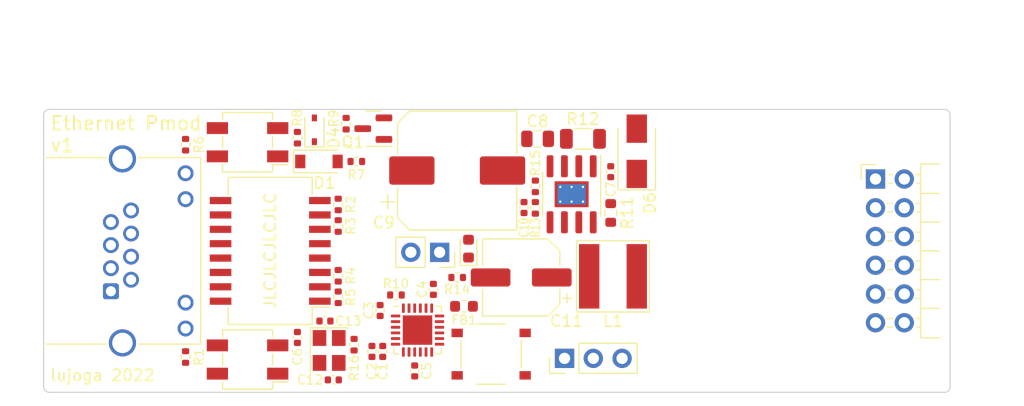
<source format=kicad_pcb>
(kicad_pcb (version 20211014) (generator pcbnew)
  (layers (0 "F.Cu" signal) (31 "B.Cu" signal) (34 "B.Paste" user) (35 "F.Paste" user) (36 "B.SilkS" user "B.Silkscreen") (37 "F.SilkS" user "F.Silkscreen") (38 "B.Mask" user) (39 "F.Mask" user) (44 "Edge.Cuts" user))
  (net 0 "")
  (net 1 "+1V2")
  (net 2 "GND")
  (net 3 "VDDA")
  (net 4 "+3V3")
  (net 5 "Net-(C7-Pad1)")
  (net 6 "Net-(C7-Pad2)")
  (net 7 "VDC")
  (net 8 "GND1")
  (net 9 "+5V")
  (net 10 "Net-(C10-Pad2)")
  (net 11 "Net-(D1-Pad2)")
  (net 12 "/DC+A")
  (net 13 "Net-(D2-Pad3)")
  (net 14 "/DC-A")
  (net 15 "/DC+B")
  (net 16 "/DC-B")
  (net 17 "Net-(D4-Pad1)")
  (net 18 "Net-(D5-Pad1)")
  (net 19 "/LED2")
  (net 20 "/LED1")
  (net 21 "/RXD1")
  (net 22 "/RXER")
  (net 23 "/REFCLK")
  (net 24 "/TXD0")
  (net 25 "/RXD0")
  (net 26 "/CRS_DV")
  (net 27 "/TXEN")
  (net 28 "/TXD1")
  (net 29 "/MDIO")
  (net 30 "/MDC")
  (net 31 "/TXN")
  (net 32 "/TXP")
  (net 33 "/RXN")
  (net 34 "/RXP")
  (net 35 "Net-(R10-Pad1)")
  (net 36 "Net-(R11-Pad1)")
  (net 37 "Net-(R12-Pad2)")
  (net 38 "Net-(SW1-Pad2)")
  (net 39 "Net-(C12-Pad1)")
  (net 40 "Net-(C13-Pad1)")
  (net 43 "Net-(R16-Pad2)")
  (net 44 "/RX-")
  (net 45 "/RX+")
  (net 46 "/TX-")
  (net 47 "/TX+")
  (net 48 "Net-(J1-Pad9)")
  (net 49 "Net-(J1-Pad12)")
  (footprint "Capacitor_SMD:C_0402_1005Metric" (layer "F.Cu") (at 134.83 106.2)
    (fp_text reference "C13" (at 0.82 0) (layer "F.SilkS") (effects (font (size 0.8 0.8) (thickness 0.12)) (justify left)))
    (fp_text value "12p")
    (fp_line (start -0.107836 0.36) (end 0.107836 0.36) (layer "F.SilkS") (width 0.12))
    (fp_line (start -0.107836 -0.36) (end 0.107836 -0.36) (layer "F.SilkS") (width 0.12))
    (pad "1" smd roundrect (at -0.48 0) (size 0.56 0.62) (layers "F.Cu" "F.Paste" "F.Mask") (net 40 "Net-(C13-Pad1)"))
    (pad "2" smd roundrect (at 0.48 0) (size 0.56 0.62) (layers "F.Cu" "F.Paste" "F.Mask") (net 2 "GND"))
  )
  (footprint "Capacitor_SMD:C_0402_1005Metric" (layer "F.Cu") (at 152.4 96.17 90)
    (fp_text reference "C10" (at -0.83 0 90) (layer "F.SilkS") (effects (font (size 0.8 0.6) (thickness 0.12)) (justify right)))
    (fp_text value "12p" hide)
    (fp_line (start -0.107836 0.36) (end 0.107836 0.36) (layer "F.SilkS") (width 0.12))
    (fp_line (start -0.107836 -0.36) (end 0.107836 -0.36) (layer "F.SilkS") (width 0.12))
    (pad "1" smd roundrect (at -0.48 0 90) (size 0.56 0.62) (layers "F.Cu" "F.Paste" "F.Mask") (net 9 "+5V"))
    (pad "2" smd roundrect (at 0.48 0 90) (size 0.56 0.62) (layers "F.Cu" "F.Paste" "F.Mask") (net 10 "Net-(C10-Pad2)"))
  )
  (footprint "Resistor_SMD:R_0603_1608Metric" (layer "F.Cu") (at 160.05 96.65 90)
    (fp_text reference "R11" (at 0 1.45 90) (layer "F.SilkS"))
    (fp_text value "5R1")
    (fp_line (start -0.237258 -0.5225) (end 0.237258 -0.5225) (layer "F.SilkS") (width 0.12))
    (fp_line (start -0.237258 0.5225) (end 0.237258 0.5225) (layer "F.SilkS") (width 0.12))
    (pad "1" smd roundrect (at -0.825 0 90) (size 0.8 0.95) (layers "F.Cu" "F.Paste" "F.Mask") (net 36 "Net-(R11-Pad1)"))
    (pad "2" smd roundrect (at 0.825 0 90) (size 0.8 0.95) (layers "F.Cu" "F.Paste" "F.Mask") (net 5 "Net-(C7-Pad1)"))
  )
  (footprint "Resistor_SMD:R_0402_1005Metric" (layer "F.Cu") (at 136 104.1 -90)
    (fp_text reference "R5" (at 0 -1.1 90) (layer "F.SilkS") (effects (font (size 0.8 0.8) (thickness 0.12))))
    (fp_text value "49R9")
    (fp_line (start -0.153641 0.38) (end 0.153641 0.38) (layer "F.SilkS") (width 0.12))
    (fp_line (start -0.153641 -0.38) (end 0.153641 -0.38) (layer "F.SilkS") (width 0.12))
    (pad "1" smd roundrect (at -0.51 0 270) (size 0.54 0.64) (layers "F.Cu" "F.Paste" "F.Mask") (net 3 "VDDA"))
    (pad "2" smd roundrect (at 0.51 0 270) (size 0.54 0.64) (layers "F.Cu" "F.Paste" "F.Mask") (net 34 "/RXP"))
  )
  (footprint "Connector_PinHeader_2.54mm:PinHeader_1x03_P2.54mm_Vertical" (layer "F.Cu") (at 155.975 109.5 90)
    (fp_text reference "J3" hide)
    (fp_text value "SMI")
    (fp_line (start -1.33 6.41) (end 1.33 6.41) (layer "F.SilkS") (width 0.12))
    (fp_line (start -1.33 1.27) (end -1.33 6.41) (layer "F.SilkS") (width 0.12))
    (fp_line (start -1.33 -1.33) (end 0 -1.33) (layer "F.SilkS") (width 0.12))
    (fp_line (start -1.33 0) (end -1.33 -1.33) (layer "F.SilkS") (width 0.12))
    (fp_line (start 1.33 1.27) (end 1.33 6.41) (layer "F.SilkS") (width 0.12))
    (fp_line (start -1.33 1.27) (end 1.33 1.27) (layer "F.SilkS") (width 0.12))
    (pad "1" thru_hole rect (at 0 0 90) (size 1.7 1.7) (drill 1) (layers *.Cu *.Mask) (net 29 "/MDIO"))
    (pad "2" thru_hole oval (at 0 2.54 90) (size 1.7 1.7) (drill 1) (layers *.Cu *.Mask) (net 30 "/MDC"))
    (pad "3" thru_hole oval (at 0 5.08 90) (size 1.7 1.7) (drill 1) (layers *.Cu *.Mask) (net 2 "GND"))
  )
  (footprint "Capacitor_SMD:C_0402_1005Metric" (layer "F.Cu") (at 135.57 111.4 180)
    (fp_text reference "C12" (at 0.82 0) (layer "F.SilkS") (effects (font (size 0.8 0.8) (thickness 0.12)) (justify right)))
    (fp_text value "12p")
    (fp_line (start -0.107836 0.36) (end 0.107836 0.36) (layer "F.SilkS") (width 0.12))
    (fp_line (start -0.107836 -0.36) (end 0.107836 -0.36) (layer "F.SilkS") (width 0.12))
    (pad "1" smd roundrect (at -0.48 0 180) (size 0.56 0.62) (layers "F.Cu" "F.Paste" "F.Mask") (net 39 "Net-(C12-Pad1)"))
    (pad "2" smd roundrect (at 0.48 0 180) (size 0.56 0.62) (layers "F.Cu" "F.Paste" "F.Mask") (net 2 "GND"))
  )
  (footprint "Package_TO_SOT_SMD:SOT-23" (layer "F.Cu") (at 139.1 89.2 180)
    (fp_text reference "Q1" (at 1.8 -1.2) (layer "F.SilkS"))
    (fp_text value "60V")
    (fp_line (start 0 -1.56) (end 0.65 -1.56) (layer "F.SilkS") (width 0.12))
    (fp_line (start 0 -1.56) (end -1.675 -1.56) (layer "F.SilkS") (width 0.12))
    (fp_line (start 0 1.56) (end 0.65 1.56) (layer "F.SilkS") (width 0.12))
    (fp_line (start 0 1.56) (end -0.65 1.56) (layer "F.SilkS") (width 0.12))
    (pad "1" smd roundrect (at -0.9375 -0.95 180) (size 1.475 0.6) (layers "F.Cu" "F.Paste" "F.Mask") (net 17 "Net-(D4-Pad1)"))
    (pad "2" smd roundrect (at -0.9375 0.95 180) (size 1.475 0.6) (layers "F.Cu" "F.Paste" "F.Mask") (net 13 "Net-(D2-Pad3)"))
    (pad "3" smd roundrect (at 0.9375 0 180) (size 1.475 0.6) (layers "F.Cu" "F.Paste" "F.Mask") (net 8 "GND1"))
  )
  (footprint "Capacitor_SMD:CP_Elec_10x10" (layer "F.Cu") (at 146.5 92.9)
    (fp_text reference "C9" (at -5.4 4.6) (layer "F.SilkS") (effects (justify right)))
    (fp_text value "100u")
    (fp_line (start -6.125 2.135) (end -6.125 3.385) (layer "F.SilkS") (width 0.12))
    (fp_line (start -5.26 -4.195563) (end -5.26 -1.51) (layer "F.SilkS") (width 0.12))
    (fp_line (start -6.75 2.76) (end -5.5 2.76) (layer "F.SilkS") (width 0.12))
    (fp_line (start -4.195563 5.26) (end 5.26 5.26) (layer "F.SilkS") (width 0.12))
    (fp_line (start 5.26 5.26) (end 5.26 1.51) (layer "F.SilkS") (width 0.12))
    (fp_line (start -4.195563 -5.26) (end 5.26 -5.26) (layer "F.SilkS") (width 0.12))
    (fp_line (start -5.26 -4.195563) (end -4.195563 -5.26) (layer "F.SilkS") (width 0.12))
    (fp_line (start -5.26 4.195563) (end -4.195563 5.26) (layer "F.SilkS") (width 0.12))
    (fp_line (start 5.26 -5.26) (end 5.26 -1.51) (layer "F.SilkS") (width 0.12))
    (fp_line (start -5.26 4.195563) (end -5.26 1.51) (layer "F.SilkS") (width 0.12))
    (pad "1" smd roundrect (at -4 0) (size 4 2.5) (layers "F.Cu" "F.Paste" "F.Mask") (roundrect_rratio 0.1) (net 7 "VDC"))
    (pad "2" smd roundrect (at 4 0) (size 4 2.5) (layers "F.Cu" "F.Paste" "F.Mask") (roundrect_rratio 0.1) (net 8 "GND1"))
  )
  (footprint "Connector_PinSocket_2.54mm:PinSocket_1x02_P2.54mm_Vertical" (layer "F.Cu") (at 144.95 100.125 -90)
    (fp_text reference "J4" hide)
    (fp_text value "PoE")
    (fp_line (start -1.33 1.27) (end -1.33 3.87) (layer "F.SilkS") (width 0.12))
    (fp_line (start 0 -1.33) (end 1.33 -1.33) (layer "F.SilkS") (width 0.12))
    (fp_line (start -1.33 3.87) (end 1.33 3.87) (layer "F.SilkS") (width 0.12))
    (fp_line (start 1.33 -1.33) (end 1.33 0) (layer "F.SilkS") (width 0.12))
    (fp_line (start -1.33 1.27) (end 1.33 1.27) (layer "F.SilkS") (width 0.12))
    (fp_line (start 1.33 1.27) (end 1.33 3.87) (layer "F.SilkS") (width 0.12))
    (pad "1" thru_hole rect (at 0 0 270) (size 1.7 1.7) (drill 1) (layers *.Cu *.Mask) (net 9 "+5V"))
    (pad "2" thru_hole oval (at 0 2.54 270) (size 1.7 1.7) (drill 1) (layers *.Cu *.Mask) (net 8 "GND1"))
  )
  (footprint "Capacitor_SMD:C_0402_1005Metric" (layer "F.Cu") (at 139.7 105.27 90)
    (fp_text reference "C3" (at 0 -1 90) (layer "F.SilkS") (effects (font (size 0.8 0.8) (thickness 0.12))))
    (fp_text value "100n")
    (fp_line (start -0.107836 0.36) (end 0.107836 0.36) (layer "F.SilkS") (width 0.12))
    (fp_line (start -0.107836 -0.36) (end 0.107836 -0.36) (layer "F.SilkS") (width 0.12))
    (pad "1" smd roundrect (at -0.48 0 90) (size 0.56 0.62) (layers "F.Cu" "F.Paste" "F.Mask") (net 3 "VDDA"))
    (pad "2" smd roundrect (at 0.48 0 90) (size 0.56 0.62) (layers "F.Cu" "F.Paste" "F.Mask") (net 2 "GND"))
  )
  (footprint "Capacitor_SMD:CP_Elec_6.3x7.7" (layer "F.Cu") (at 152.15 102.35 180)
    (fp_text reference "C11" (at -2.45 -3.85) (layer "F.SilkS") (effects (justify left)))
    (fp_text value "470u")
    (fp_line (start -2.345563 3.41) (end 3.41 3.41) (layer "F.SilkS") (width 0.12))
    (fp_line (start 3.41 -3.41) (end 3.41 -1.06) (layer "F.SilkS") (width 0.12))
    (fp_line (start 3.41 3.41) (end 3.41 1.06) (layer "F.SilkS") (width 0.12))
    (fp_line (start -3.41 -2.345563) (end -2.345563 -3.41) (layer "F.SilkS") (width 0.12))
    (fp_line (start -2.345563 -3.41) (end 3.41 -3.41) (layer "F.SilkS") (width 0.12))
    (fp_line (start -3.41 2.345563) (end -3.41 1.06) (layer "F.SilkS") (width 0.12))
    (fp_line (start -4.04375 -2.24125) (end -4.04375 -1.45375) (layer "F.SilkS") (width 0.12))
    (fp_line (start -3.41 -2.345563) (end -3.41 -1.06) (layer "F.SilkS") (width 0.12))
    (fp_line (start -3.41 2.345563) (end -2.345563 3.41) (layer "F.SilkS") (width 0.12))
    (fp_line (start -4.4375 -1.8475) (end -3.65 -1.8475) (layer "F.SilkS") (width 0.12))
    (pad "1" smd roundrect (at -2.7 0 180) (size 3.5 1.6) (layers "F.Cu" "F.Paste" "F.Mask") (roundrect_rratio 0.15625) (net 9 "+5V"))
    (pad "2" smd roundrect (at 2.7 0 180) (size 3.5 1.6) (layers "F.Cu" "F.Paste" "F.Mask") (roundrect_rratio 0.15625) (net 8 "GND1"))
  )
  (footprint "Resistor_SMD:R_0402_1005Metric" (layer "F.Cu") (at 141.095 103.9 180)
    (fp_text reference "R10" (at 0 1) (layer "F.SilkS") (effects (font (size 0.8 0.8) (thickness 0.12))))
    (fp_text value "12k1")
    (fp_line (start -0.153641 -0.38) (end 0.153641 -0.38) (layer "F.SilkS") (width 0.12))
    (fp_line (start -0.153641 0.38) (end 0.153641 0.38) (layer "F.SilkS") (width 0.12))
    (pad "1" smd roundrect (at -0.51 0 180) (size 0.54 0.64) (layers "F.Cu" "F.Paste" "F.Mask") (net 35 "Net-(R10-Pad1)"))
    (pad "2" smd roundrect (at 0.51 0 180) (size 0.54 0.64) (layers "F.Cu" "F.Paste" "F.Mask") (net 2 "GND"))
  )
  (footprint "Diode_SMD:D_SMA" (layer "F.Cu") (at 162.35 91.2 90)
    (fp_text reference "D6" (at -3.5 1.15 90) (layer "F.SilkS") (effects (justify right)))
    (fp_text value "SS510")
    (fp_line (start -3.4 1.65) (end 2 1.65) (layer "F.SilkS") (width 0.12))
    (fp_line (start -3.4 -1.65) (end 2 -1.65) (layer "F.SilkS") (width 0.12))
    (fp_line (start -3.4 -1.65) (end -3.4 1.65) (layer "F.SilkS") (width 0.12))
    (pad "1" smd rect (at -2 0 90) (size 2.5 1.8) (layers "F.Cu" "F.Paste" "F.Mask") (net 6 "Net-(C7-Pad2)"))
    (pad "2" smd rect (at 2 0 90) (size 2.5 1.8) (layers "F.Cu" "F.Paste" "F.Mask") (net 8 "GND1"))
  )
  (footprint "Inductor_SMD:L_0603_1608Metric" (layer "F.Cu") (at 147.1 104.9 180)
    (fp_text reference "FB1" (at 0 -1.2 180) (layer "F.SilkS") (effects (font (size 0.8 0.8) (thickness 0.12))))
    (fp_text value "Ferrite Bead")
    (fp_line (start -0.162779 0.51) (end 0.162779 0.51) (layer "F.SilkS") (width 0.12))
    (fp_line (start -0.162779 -0.51) (end 0.162779 -0.51) (layer "F.SilkS") (width 0.12))
    (pad "1" smd roundrect (at -0.7875 0 180) (size 0.875 0.95) (layers "F.Cu" "F.Paste" "F.Mask") (net 4 "+3V3"))
    (pad "2" smd roundrect (at 0.7875 0 180) (size 0.875 0.95) (layers "F.Cu" "F.Paste" "F.Mask") (net 3 "VDDA"))
  )
  (footprint "Resistor_SMD:R_0402_1005Metric" (layer "F.Cu") (at 122.53 90.62 -90)
    (fp_text reference "R6" (at 0 -1.17 90) (layer "F.SilkS") (effects (font (size 0.8 0.8) (thickness 0.12))))
    (fp_text value "332R")
    (fp_line (start -0.153641 0.38) (end 0.153641 0.38) (layer "F.SilkS") (width 0.12))
    (fp_line (start -0.153641 -0.38) (end 0.153641 -0.38) (layer "F.SilkS") (width 0.12))
    (pad "1" smd roundrect (at -0.51 0 270) (size 0.54 0.64) (layers "F.Cu" "F.Paste" "F.Mask") (net 20 "/LED1"))
    (pad "2" smd roundrect (at 0.51 0 270) (size 0.54 0.64) (layers "F.Cu" "F.Paste" "F.Mask") (net 49 "Net-(J1-Pad12)"))
  )
  (footprint "Resistor_SMD:R_0402_1005Metric" (layer "F.Cu") (at 136 102.2 90)
    (fp_text reference "R4" (at 0 1.1 90) (layer "F.SilkS") (effects (font (size 0.8 0.8) (thickness 0.12))))
    (fp_text value "49R9")
    (fp_line (start -0.153641 0.38) (end 0.153641 0.38) (layer "F.SilkS") (width 0.12))
    (fp_line (start -0.153641 -0.38) (end 0.153641 -0.38) (layer "F.SilkS") (width 0.12))
    (pad "1" smd roundrect (at -0.51 0 90) (size 0.54 0.64) (layers "F.Cu" "F.Paste" "F.Mask") (net 3 "VDDA"))
    (pad "2" smd roundrect (at 0.51 0 90) (size 0.54 0.64) (layers "F.Cu" "F.Paste" "F.Mask") (net 33 "/RXN"))
  )
  (footprint "Capacitor_SMD:C_0402_1005Metric" (layer "F.Cu") (at 132.4 107.65 -90)
    (fp_text reference "C6" (at 0.85 0 90) (layer "F.SilkS") (effects (font (size 0.8 0.8) (thickness 0.12)) (justify right)))
    (fp_text value "22n")
    (fp_line (start -0.107836 -0.36) (end 0.107836 -0.36) (layer "F.SilkS") (width 0.12))
    (fp_line (start -0.107836 0.36) (end 0.107836 0.36) (layer "F.SilkS") (width 0.12))
    (pad "1" smd roundrect (at -0.48 0 270) (size 0.56 0.62) (layers "F.Cu" "F.Paste" "F.Mask") (net 3 "VDDA"))
    (pad "2" smd roundrect (at 0.48 0 270) (size 0.56 0.62) (layers "F.Cu" "F.Paste" "F.Mask") (net 2 "GND"))
  )
  (footprint "Connector_PinHeader_2.54mm:PinHeader_2x06_P2.54mm_Horizontal" (layer "F.Cu") (at 183.42 93.65)
    (fp_text reference "J2" hide)
    (fp_text value "PMOD")
    (fp_line (start 1.042929 7.24) (end 1.497071 7.24) (layer "F.SilkS") (width 0.12))
    (fp_line (start 3.582929 2.16) (end 3.98 2.16) (layer "F.SilkS") (width 0.12))
    (fp_line (start 3.98 14.03) (end 5.64 14.03) (layer "F.SilkS") (width 0.12))
    (fp_line (start 1.042929 2.92) (end 1.497071 2.92) (layer "F.SilkS") (width 0.12))
    (fp_line (start -1.27 0) (end -1.27 -1.27) (layer "F.SilkS") (width 0.12))
    (fp_line (start 1.042929 12.32) (end 1.497071 12.32) (layer "F.SilkS") (width 0.12))
    (fp_line (start 1.042929 8) (end 1.497071 8) (layer "F.SilkS") (width 0.12))
    (fp_line (start 1.042929 10.54) (end 1.497071 10.54) (layer "F.SilkS") (width 0.12))
    (fp_line (start 3.98 6.35) (end 5.64 6.35) (layer "F.SilkS") (width 0.12))
    (fp_line (start 3.582929 7.24) (end 3.98 7.24) (layer "F.SilkS") (width 0.12))
    (fp_line (start 3.582929 9.78) (end 3.98 9.78) (layer "F.SilkS") (width 0.12))
    (fp_line (start 3.582929 0.38) (end 3.98 0.38) (layer "F.SilkS") (width 0.12))
    (fp_line (start 3.582929 4.7) (end 3.98 4.7) (layer "F.SilkS") (width 0.12))
    (fp_line (start 1.042929 5.46) (end 1.497071 5.46) (layer "F.SilkS") (width 0.12))
    (fp_line (start 1.042929 4.7) (end 1.497071 4.7) (layer "F.SilkS") (width 0.12))
    (fp_line (start 3.98 1.27) (end 5.64 1.27) (layer "F.SilkS") (width 0.12))
    (fp_line (start 3.582929 10.54) (end 3.98 10.54) (layer "F.SilkS") (width 0.12))
    (fp_line (start 3.582929 13.08) (end 3.98 13.08) (layer "F.SilkS") (width 0.12))
    (fp_line (start 3.98 8.89) (end 5.64 8.89) (layer "F.SilkS") (width 0.12))
    (fp_line (start 3.582929 12.32) (end 3.98 12.32) (layer "F.SilkS") (width 0.12))
    (fp_line (start 3.582929 8) (end 3.98 8) (layer "F.SilkS") (width 0.12))
    (fp_line (start 5.64 -1.33) (end 3.98 -1.33) (layer "F.SilkS") (width 0.12))
    (fp_line (start 1.042929 13.08) (end 1.497071 13.08) (layer "F.SilkS") (width 0.12))
    (fp_line (start 3.98 -1.33) (end 3.98 14.03) (layer "F.SilkS") (width 0.12))
    (fp_line (start -1.27 -1.27) (end 0 -1.27) (layer "F.SilkS") (width 0.12))
    (fp_line (start 3.582929 2.92) (end 3.98 2.92) (layer "F.SilkS") (width 0.12))
    (fp_line (start 1.042929 9.78) (end 1.497071 9.78) (layer "F.SilkS") (width 0.12))
    (fp_line (start 3.98 3.81) (end 5.64 3.81) (layer "F.SilkS") (width 0.12))
    (fp_line (start 1.11 -0.38) (end 1.497071 -0.38) (layer "F.SilkS") (width 0.12))
    (fp_line (start 1.042929 2.16) (end 1.497071 2.16) (layer "F.SilkS") (width 0.12))
    (fp_line (start 3.582929 5.46) (end 3.98 5.46) (layer "F.SilkS") (width 0.12))
    (fp_line (start 3.582929 -0.38) (end 3.98 -0.38) (layer "F.SilkS") (width 0.12))
    (fp_line (start 1.11 0.38) (end 1.497071 0.38) (layer "F.SilkS") (width 0.12))
    (fp_line (start 3.98 11.43) (end 5.64 11.43) (layer "F.SilkS") (width 0.12))
    (pad "1" thru_hole rect (at 0 0) (size 1.7 1.7) (drill 1) (layers *.Cu *.Mask) (net 4 "+3V3"))
    (pad "2" thru_hole oval (at 2.54 0) (size 1.7 1.7) (drill 1) (layers *.Cu *.Mask) (net 4 "+3V3"))
    (pad "3" thru_hole oval (at 0 2.54) (size 1.7 1.7) (drill 1) (layers *.Cu *.Mask) (net 2 "GND"))
    (pad "4" thru_hole oval (at 2.54 2.54) (size 1.7 1.7) (drill 1) (layers *.Cu *.Mask) (net 2 "GND"))
    (pad "5" thru_hole oval (at 0 5.08) (size 1.7 1.7) (drill 1) (layers *.Cu *.Mask) (net 24 "/TXD0"))
    (pad "6" thru_hole oval (at 2.54 5.08) (size 1.7 1.7) (drill 1) (layers *.Cu *.Mask) (net 28 "/TXD1"))
    (pad "7" thru_hole oval (at 0 7.62) (size 1.7 1.7) (drill 1) (layers *.Cu *.Mask) (net 23 "/REFCLK"))
    (pad "8" thru_hole oval (at 2.54 7.62) (size 1.7 1.7) (drill 1) (layers *.Cu *.Mask) (net 27 "/TXEN"))
    (pad "9" thru_hole oval (at 0 10.16) (size 1.7 1.7) (drill 1) (layers *.Cu *.Mask) (net 22 "/RXER"))
    (pad "10" thru_hole oval (at 2.54 10.16) (size 1.7 1.7) (drill 1) (layers *.Cu *.Mask) (net 26 "/CRS_DV"))
    (pad "11" thru_hole oval (at 0 12.7) (size 1.7 1.7) (drill 1) (layers *.Cu *.Mask) (net 21 "/RXD1"))
    (pad "12" thru_hole oval (at 2.54 12.7) (size 1.7 1.7) (drill 1) (layers *.Cu *.Mask) (net 25 "/RXD0"))
  )
  (footprint "Resistor_SMD:R_0402_1005Metric" (layer "F.Cu") (at 136 95.9 90)
    (fp_text reference "R2" (at 0 1.1 90) (layer "F.SilkS") (effects (font (size 0.8 0.8) (thickness 0.12))))
    (fp_text value "49R9")
    (fp_line (start -0.153641 -0.38) (end 0.153641 -0.38) (layer "F.SilkS") (width 0.12))
    (fp_line (start -0.153641 0.38) (end 0.153641 0.38) (layer "F.SilkS") (width 0.12))
    (pad "1" smd roundrect (at -0.51 0 90) (size 0.54 0.64) (layers "F.Cu" "F.Paste" "F.Mask") (net 3 "VDDA"))
    (pad "2" smd roundrect (at 0.51 0 90) (size 0.54 0.64) (layers "F.Cu" "F.Paste" "F.Mask") (net 31 "/TXN"))
  )
  (footprint "LED_SMD:LED_0603_1608Metric" (layer "F.Cu") (at 147.5 99.8 90)
    (fp_text reference "D5" hide)
    (fp_text value "BLUE")
    (fp_line (start 0.8 -0.735) (end -1.485 -0.735) (layer "F.SilkS") (width 0.12))
    (fp_line (start -1.485 0.735) (end 0.8 0.735) (layer "F.SilkS") (width 0.12))
    (fp_line (start -1.485 -0.735) (end -1.485 0.735) (layer "F.SilkS") (width 0.12))
    (pad "1" smd roundrect (at -0.7875 0 90) (size 0.875 0.95) (layers "F.Cu" "F.Paste" "F.Mask") (net 18 "Net-(D5-Pad1)"))
    (pad "2" smd roundrect (at 0.7875 0 90) (size 0.875 0.95) (layers "F.Cu" "F.Paste" "F.Mask") (net 9 "+5V"))
  )
  (footprint "ethernet-pmod:Diode_Bridge_Diodes_MBF" (layer "F.Cu") (at 128 109.6 180)
    (fp_text reference "D2" hide)
    (fp_text value "D_Bridge_+A-A")
    (fp_line (start 2.2 -2.625) (end 2.2 -1.985) (layer "F.SilkS") (width 0.12))
    (fp_line (start -2.2 -2.625) (end 2.2 -2.625) (layer "F.SilkS") (width 0.12))
    (fp_line (start 2.2 2.625) (end 2.2 1.985) (layer "F.SilkS") (width 0.12))
    (fp_line (start -2.2 2.625) (end 2.2 2.625) (layer "F.SilkS") (width 0.12))
    (fp_line (start -2.2 -0.515) (end -2.2 0.515) (layer "F.SilkS") (width 0.12))
    (fp_line (start -2.2 -1.985) (end -3.54 -1.985) (layer "F.SilkS") (width 0.12))
    (fp_line (start -2.2 1.985) (end -2.2 2.625) (layer "F.SilkS") (width 0.12))
    (fp_line (start -2.2 -1.985) (end -2.2 -2.625) (layer "F.SilkS") (width 0.12))
    (fp_line (start 2.2 -0.515) (end 2.2 0.515) (layer "F.SilkS") (width 0.12))
    (pad "1" smd rect (at -2.6625 -1.25 270) (size 1.05 1.875) (layers "F.Cu" "F.Paste" "F.Mask") (net 7 "VDC"))
    (pad "2" smd rect (at 2.6625 -1.25 270) (size 1.05 1.875) (layers "F.Cu" "F.Paste" "F.Mask") (net 12 "/DC+A"))
    (pad "3" smd rect (at -2.6625 1.25 270) (size 1.05 1.875) (layers "F.Cu" "F.Paste" "F.Mask") (net 13 "Net-(D2-Pad3)"))
    (pad "4" smd rect (at 2.6625 1.25 270) (size 1.05 1.875) (layers "F.Cu" "F.Paste" "F.Mask") (net 14 "/DC-A"))
  )
  (footprint "Resistor_SMD:R_0402_1005Metric" (layer "F.Cu") (at 137.4 108.29 90)
    (fp_text reference "R16" (at -0.81 0 90) (layer "F.SilkS") (effects (font (size 0.8 0.8) (thickness 0.12)) (justify right)))
    (fp_text value "499R")
    (fp_line (start -0.153641 -0.38) (end 0.153641 -0.38) (layer "F.SilkS") (width 0.12))
    (fp_line (start -0.153641 0.38) (end 0.153641 0.38) (layer "F.SilkS") (width 0.12))
    (pad "1" smd roundrect (at -0.51 0 90) (size 0.54 0.64) (layers "F.Cu" "F.Paste" "F.Mask") (net 40 "Net-(C13-Pad1)"))
    (pad "2" smd roundrect (at 0.51 0 90) (size 0.54 0.64) (layers "F.Cu" "F.Paste" "F.Mask") (net 43 "Net-(R16-Pad2)"))
  )
  (footprint "ethernet-pmod:L_Cenker_CKCS60xx" (layer "F.Cu") (at 160.25 102.25 180)
    (fp_text reference "L1" (at 0 -3.95 unlocked) (layer "F.SilkS"))
    (fp_text value "33u")
    (fp_line (start 3.21 -3.15) (end 3.21 3.15) (layer "F.SilkS") (width 0.12))
    (fp_line (start 3.21 3.15) (end -3.21 3.15) (layer "F.SilkS") (width 0.12))
    (fp_line (start -3.21 -3.15) (end 3.21 -3.15) (layer "F.SilkS") (width 0.12))
    (fp_line (start -3.21 3.15) (end -3.21 -3.15) (layer "F.SilkS") (width 0.12))
    (pad "1" smd rect (at -2.1 0 180) (size 1.8 5.7) (layers "F.Cu" "F.Paste" "F.Mask") (net 6 "Net-(C7-Pad2)"))
    (pad "2" smd rect (at 2.1 0 180) (size 1.8 5.7) (layers "F.Cu" "F.Paste" "F.Mask") (net 9 "+5V"))
  )
  (footprint "Capacitor_SMD:C_0402_1005Metric" (layer "F.Cu") (at 144.4 103.4 90)
    (fp_text reference "C4" (at 0 -1 90) (layer "F.SilkS") (effects (font (size 0.8 0.8) (thickness 0.12))))
    (fp_text value "100n")
    (fp_line (start -0.107836 -0.36) (end 0.107836 -0.36) (layer "F.SilkS") (width 0.12))
    (fp_line (start -0.107836 0.36) (end 0.107836 0.36) (layer "F.SilkS") (width 0.12))
    (pad "1" smd roundrect (at -0.48 0 90) (size 0.56 0.62) (layers "F.Cu" "F.Paste" "F.Mask") (net 3 "VDDA"))
    (pad "2" smd roundrect (at 0.48 0 90) (size 0.56 0.62) (layers "F.Cu" "F.Paste" "F.Mask") (net 2 "GND"))
  )
  (footprint "ethernet-pmod:Transformer_Ethernet_HanRun_HY601742" (layer "F.Cu") (at 130 100 90)
    (fp_text reference "TR1" hide)
    (fp_text value "HY601742")
    (fp_line (start -6.5 -3.706) (end -4.9725 -3.706) (layer "F.SilkS") (width 0.12))
    (fp_line (start 6.5 -3.706) (end 6.5 3.706) (layer "F.SilkS") (width 0.12))
    (fp_line (start 6.5 -3.706) (end 4.9725 -3.706) (layer "F.SilkS") (width 0.12))
    (fp_line (start 6.5 3.706) (end 4.9725 3.706) (layer "F.SilkS") (width 0.12))
    (fp_line (start -6.5 3.706) (end -4.9725 3.706) (layer "F.SilkS") (width 0.12))
    (fp_line (start -4.9725 3.706) (end -4.9725 5.274) (layer "F.SilkS") (width 0.12))
    (fp_line (start -6.5 -3.706) (end -6.5 3.706) (layer "F.SilkS") (width 0.12))
    (pad "1" smd rect (at -4.445 4.3815 90) (size 0.635 1.905) (layers "F.Cu" "F.Paste" "F.Mask") (net 34 "/RXP"))
    (pad "2" smd rect (at -3.175 4.3815 90) (size 0.635 1.905) (layers "F.Cu" "F.Paste" "F.Mask") (net 3 "VDDA"))
    (pad "3" smd rect (at -1.905 4.3815 90) (size 0.635 1.905) (layers "F.Cu" "F.Paste" "F.Mask") (net 33 "/RXN"))
    (pad "4" smd rect (at -0.635 4.3815 90) (size 0.635 1.905) (layers "F.Cu" "F.Paste" "F.Mask"))
    (pad "5" smd rect (at 0.635 4.3815 90) (size 0.635 1.905) (layers "F.Cu" "F.Paste" "F.Mask"))
    (pad "6" smd rect (at 1.905 4.3815 90) (size 0.635 1.905) (layers "F.Cu" "F.Paste" "F.Mask") (net 32 "/TXP"))
    (pad "7" smd rect (at 3.175 4.3815 90) (size 0.635 1.905) (layers "F.Cu" "F.Paste" "F.Mask") (net 3 "VDDA"))
    (pad "8" smd rect (at 4.445 4.3815 90) (size 0.635 1.905) (layers "F.Cu" "F.Paste" "F.Mask") (net 31 "/TXN"))
    (pad "9" smd rect (at 4.445 -4.3815 90) (size 0.635 1.905) (layers "F.Cu" "F.Paste" "F.Mask") (net 46 "/TX-"))
    (pad "10" smd rect (at 3.175 -4.3815 90) (size 0.635 1.905) (layers "F.Cu" "F.Paste" "F.Mask") (net 14 "/DC-A"))
    (pad "11" smd rect (at 1.905 -4.3815 90) (size 0.635 1.905) (layers "F.Cu" "F.Paste" "F.Mask") (net 47 "/TX+"))
    (pad "12" smd rect (at 0.635 -4.3815 90) (size 0.635 1.905) (layers "F.Cu" "F.Paste" "F.Mask"))
    (pad "13" smd rect (at -0.635 -4.3815 90) (size 0.635 1.905) (layers "F.Cu" "F.Paste" "F.Mask"))
    (pad "14" smd rect (at -1.905 -4.3815 90) (size 0.635 1.905) (layers "F.Cu" "F.Paste" "F.Mask") (net 44 "/RX-"))
    (pad "15" smd rect (at -3.175 -4.3815 90) (size 0.635 1.905) (layers "F.Cu" "F.Paste" "F.Mask") (net 12 "/DC+A"))
    (pad "16" smd rect (at -4.445 -4.3815 90) (size 0.635 1.905) (layers "F.Cu" "F.Paste" "F.Mask") (net 45 "/RX+"))
  )
  (footprint "Resistor_SMD:R_0402_1005Metric" (layer "F.Cu") (at 122.53 109.38 90)
    (fp_text reference "R1" (at 0 1.17 90) (layer "F.SilkS") (effects (font (size 0.8 0.8) (thickness 0.12))))
    (fp_text value "332R")
    (fp_line (start -0.153641 -0.38) (end 0.153641 -0.38) (layer "F.SilkS") (width 0.12))
    (fp_line (start -0.153641 0.38) (end 0.153641 0.38) (layer "F.SilkS") (width 0.12))
    (pad "1" smd roundrect (at -0.51 0 90) (size 0.54 0.64) (layers "F.Cu" "F.Paste" "F.Mask") (net 19 "/LED2"))
    (pad "2" smd roundrect (at 0.51 0 90) (size 0.54 0.64) (layers "F.Cu" "F.Paste" "F.Mask") (net 48 "Net-(J1-Pad9)"))
  )
  (footprint "Capacitor_SMD:C_0402_1005Metric" (layer "F.Cu") (at 160.05 93.005 90)
    (fp_text reference "C7" (at -0.795 0 90) (layer "F.SilkS") (effects (font (size 0.8 0.7) (thickness 0.12)) (justify right)))
    (fp_text value "100n")
    (fp_line (start -0.107836 -0.36) (end 0.107836 -0.36) (layer "F.SilkS") (width 0.12))
    (fp_line (start -0.107836 0.36) (end 0.107836 0.36) (layer "F.SilkS") (width 0.12))
    (pad "1" smd roundrect (at -0.48 0 90) (size 0.56 0.62) (layers "F.Cu" "F.Paste" "F.Mask") (net 5 "Net-(C7-Pad1)"))
    (pad "2" smd roundrect (at 0.48 0 90) (size 0.56 0.62) (layers "F.Cu" "F.Paste" "F.Mask") (net 6 "Net-(C7-Pad2)"))
  )
  (footprint "Resistor_SMD:R_0402_1005Metric" (layer "F.Cu") (at 153.4 94.3 90)
    (fp_text reference "R15" (at 0.8 0 90) (layer "F.SilkS") (effects (font (size 0.8 0.8) (thickness 0.12)) (justify left)))
    (fp_text value "57k6" hide)
    (fp_line (start -0.153641 0.38) (end 0.153641 0.38) (layer "F.SilkS") (width 0.12))
    (fp_line (start -0.153641 -0.38) (end 0.153641 -0.38) (layer "F.SilkS") (width 0.12))
    (pad "1" smd roundrect (at -0.51 0 90) (size 0.54 0.64) (layers "F.Cu" "F.Paste" "F.Mask") (net 10 "Net-(C10-Pad2)"))
    (pad "2" smd roundrect (at 0.51 0 90) (size 0.54 0.64) (layers "F.Cu" "F.Paste" "F.Mask") (net 8 "GND1"))
  )
  (footprint "Resistor_SMD:R_1206_3216Metric" (layer "F.Cu") (at 157.6 90.1)
    (fp_text reference "R12" (at 0 -1.75) (layer "F.SilkS"))
    (fp_text value "28m 250mW")
    (fp_line (start -0.727064 0.91) (end 0.727064 0.91) (layer "F.SilkS") (width 0.12))
    (fp_line (start -0.727064 -0.91) (end 0.727064 -0.91) (layer "F.SilkS") (width 0.12))
    (pad "1" smd roundrect (at -1.4625 0) (size 1.125 1.75) (layers "F.Cu" "F.Paste" "F.Mask") (roundrect_rratio 0.222222) (net 7 "VDC"))
    (pad "2" smd roundrect (at 1.4625 0) (size 1.125 1.75) (layers "F.Cu" "F.Paste" "F.Mask") (roundrect_rratio 0.222222) (net 37 "Net-(R12-Pad2)"))
  )
  (footprint "Capacitor_SMD:C_0402_1005Metric" (layer "F.Cu") (at 139.93 108.885 -90)
    (fp_text reference "C1" (at 0.9 0 90) (layer "F.SilkS") (effects (font (size 0.8 0.8) (thickness 0.12)) (justify right)))
    (fp_text value "470p")
    (fp_line (start -0.107836 -0.36) (end 0.107836 -0.36) (layer "F.SilkS") (width 0.12))
    (fp_line (start -0.107836 0.36) (end 0.107836 0.36) (layer "F.SilkS") (width 0.12))
    (pad "1" smd roundrect (at -0.48 0 270) (size 0.56 0.62) (layers "F.Cu" "F.Paste" "F.Mask") (net 1 "+1V2"))
    (pad "2" smd roundrect (at 0.48 0 270) (size 0.56 0.62) (layers "F.Cu" "F.Paste" "F.Mask") (net 2 "GND"))
  )
  (footprint "ethernet-pmod:SW_Push_SPST_NO_XKB_TS-1187A-X-X-X" (layer "F.Cu") (at 149.5 109.125 180)
    (fp_text reference "SW1" hide)
    (fp_text value "RESET")
    (fp_line (start -1.25 2.66) (end 1.25 2.66) (layer "F.SilkS") (width 0.12))
    (fp_line (start -2.66 -1.2) (end -2.66 1.2) (layer "F.SilkS") (width 0.12))
    (fp_line (start 2.66 1.2) (end 2.66 -1.2) (layer "F.SilkS") (width 0.12))
    (fp_line (start 1.25 -2.66) (end -1.25 -2.66) (layer "F.SilkS") (width 0.12))
    (pad "1" smd rect (at -3 -1.875 180) (size 1 0.75) (layers "F.Cu" "F.Paste" "F.Mask") (net 2 "GND"))
    (pad "1" smd rect (at 3 -1.875 180) (size 1 0.75) (layers "F.Cu" "F.Paste" "F.Mask") (net 2 "GND"))
    (pad "2" smd rect (at 3 1.875 180) (size 1 0.75) (layers "F.Cu" "F.Paste" "F.Mask") (net 38 "Net-(SW1-Pad2)"))
    (pad "2" smd rect (at -3 1.875 180) (size 1 0.75) (layers "F.Cu" "F.Paste" "F.Mask") (net 38 "Net-(SW1-Pad2)"))
  )
  (footprint "Resistor_SMD:R_0402_1005Metric" (layer "F.Cu") (at 132.4 90 90)
    (fp_text reference "R8" (at 0.9 0 90) (layer "F.SilkS") (effects (font (size 0.8 0.8) (thickness 0.12)) (justify left)))
    (fp_text value "24k9")
    (fp_line (start -0.153641 0.38) (end 0.153641 0.38) (layer "F.SilkS") (width 0.12))
    (fp_line (start -0.153641 -0.38) (end 0.153641 -0.38) (layer "F.SilkS") (width 0.12))
    (pad "1" smd roundrect (at -0.51 0 90) (size 0.54 0.64) (layers "F.Cu" "F.Paste" "F.Mask") (net 7 "VDC"))
    (pad "2" smd roundrect (at 0.51 0 90) (size 0.54 0.64) (layers "F.Cu" "F.Paste" "F.Mask") (net 13 "Net-(D2-Pad3)"))
  )
  (footprint "Capacitor_SMD:C_0402_1005Metric" (layer "F.Cu") (at 142.75 110.61 -90)
    (fp_text reference "C5" (at 0 -1.05 90) (layer "F.SilkS") (effects (font (size 0.8 0.8) (thickness 0.12))))
    (fp_text value "100n")
    (fp_line (start -0.107836 0.36) (end 0.107836 0.36) (layer "F.SilkS") (width 0.12))
    (fp_line (start -0.107836 -0.36) (end 0.107836 -0.36) (layer "F.SilkS") (width 0.12))
    (pad "1" smd roundrect (at -0.48 0 270) (size 0.56 0.62) (layers "F.Cu" "F.Paste" "F.Mask") (net 4 "+3V3"))
    (pad "2" smd roundrect (at 0.48 0 270) (size 0.56 0.62) (layers "F.Cu" "F.Paste" "F.Mask") (net 2 "GND"))
  )
  (footprint "Diode_SMD:D_SOD-123" (layer "F.Cu") (at 134.3 92.1)
    (fp_text reference "D1" (at 0.5 1.9) (layer "F.SilkS"))
    (fp_text value "28V")
    (fp_line (start -2.25 -1) (end 1.65 -1) (layer "F.SilkS") (width 0.12))
    (fp_line (start -2.25 1) (end 1.65 1) (layer "F.SilkS") (width 0.12))
    (fp_line (start -2.25 -1) (end -2.25 1) (layer "F.SilkS") (width 0.12))
    (pad "1" smd rect (at -1.65 0) (size 0.9 1.2) (layers "F.Cu" "F.Paste" "F.Mask") (net 7 "VDC"))
    (pad "2" smd rect (at 1.65 0) (size 0.9 1.2) (layers "F.Cu" "F.Paste" "F.Mask") (net 11 "Net-(D1-Pad2)"))
  )
  (footprint "Package_SO:SOIC-8-1EP_3.9x4.9mm_P1.27mm_EP2.29x3mm_ThermalVias" (layer "F.Cu") (at 156.6 95 -90)
    (fp_text reference "U2" hide)
    (fp_text value "TX4138")
    (fp_line (start 0 -2.56) (end 1.95 -2.56) (layer "F.SilkS") (width 0.12))
    (fp_line (start 0 2.56) (end 1.95 2.56) (layer "F.SilkS") (width 0.12))
    (fp_line (start 0 -2.56) (end -3.45 -2.56) (layer "F.SilkS") (width 0.12))
    (fp_line (start 0 2.56) (end -1.95 2.56) (layer "F.SilkS") (width 0.12))
    (pad "1" smd roundrect (at -2.475 -1.905 270) (size 1.95 0.6) (layers "F.Cu" "F.Paste" "F.Mask") (net 6 "Net-(C7-Pad2)"))
    (pad "2" smd roundrect (at -2.475 -0.635 270) (size 1.95 0.6) (layers "F.Cu" "F.Paste" "F.Mask") (net 37 "Net-(R12-Pad2)"))
    (pad "3" smd roundrect (at -2.475 0.635 270) (size 1.95 0.6) (layers "F.Cu" "F.Paste" "F.Mask") (net 7 "VDC"))
    (pad "4" smd roundrect (at -2.475 1.905 270) (size 1.95 0.6) (layers "F.Cu" "F.Paste" "F.Mask") (net 8 "GND1"))
    (pad "5" smd roundrect (at 2.475 1.905 270) (size 1.95 0.6) (layers "F.Cu" "F.Paste" "F.Mask") (net 10 "Net-(C10-Pad2)"))
    (pad "6" smd roundrect (at 2.475 0.635 270) (size 1.95 0.6) (layers "F.Cu" "F.Paste" "F.Mask"))
    (pad "7" smd roundrect (at 2.475 -0.635 270) (size 1.95 0.6) (layers "F.Cu" "F.Paste" "F.Mask"))
    (pad "8" smd roundrect (at 2.475 -1.905 270) (size 1.95 0.6) (layers "F.Cu" "F.Paste" "F.Mask") (net 36 "Net-(R11-Pad1)"))
    (pad "9" thru_hole circle (at -0.65 0 270) (size 0.5 0.5) (drill 0.2) (layers *.Cu) (net 37 "Net-(R12-Pad2)"))
    (pad "9" thru_hole circle (at 0.65 1 270) (size 0.5 0.5) (drill 0.2) (layers *.Cu) (net 37 "Net-(R12-Pad2)"))
    (pad "9" thru_hole circle (at -0.65 1 270) (size 0.5 0.5) (drill 0.2) (layers *.Cu) (net 37 "Net-(R12-Pad2)"))
    (pad "9" thru_hole circle (at 0.65 -1 270) (size 0.5 0.5) (drill 0.2) (layers *.Cu) (net 37 "Net-(R12-Pad2)"))
    (pad "9" thru_hole circle (at -0.65 -1 270) (size 0.5 0.5) (drill 0.2) (layers *.Cu) (net 37 "Net-(R12-Pad2)"))
    (pad "9" thru_hole circle (at 0.65 0 270) (size 0.5 0.5) (drill 0.2) (layers *.Cu) (net 37 "Net-(R12-Pad2)"))
    (pad "9" smd rect (at 0 0 270) (size 1.8 2.5) (layers "B.Cu") (net 37 "Net-(R12-Pad2)"))
    (pad "9" smd rect (at 0 0 270) (size 2.29 3) (layers "F.Cu" "F.Mask") (net 37 "Net-(R12-Pad2)"))
  )
  (footprint "Package_DFN_QFN:QFN-24-1EP_4x4mm_P0.5mm_EP2.6x2.6mm" (layer "F.Cu") (at 143 107)
    (fp_text reference "U1" hide)
    (fp_text value "LAN8720A")
    (fp_line (start 1.635 -2.11) (end 2.11 -2.11) (layer "F.SilkS") (width 0.12))
    (fp_line (start 2.11 -2.11) (end 2.11 -1.635) (layer "F.SilkS") (width 0.12))
    (fp_line (start -1.635 2.11) (end -2.11 2.11) (layer "F.SilkS") (width 0.12))
    (fp_line (start -1.635 -2.11) (end -2.11 -2.11) (layer "F.SilkS") (width 0.12))
    (fp_line (start 1.635 2.11) (end 2.11 2.11) (layer "F.SilkS") (width 0.12))
    (fp_line (start 2.11 2.11) (end 2.11 1.635) (layer "F.SilkS") (width 0.12))
    (fp_line (start -2.11 2.11) (end -2.11 1.635) (layer "F.SilkS") (width 0.12))
    (pad "1" smd roundrect (at -1.9375 -1.25) (size 0.825 0.25) (layers "F.Cu" "F.Paste" "F.Mask") (net 3 "VDDA"))
    (pad "2" smd roundrect (at -1.9375 -0.75) (size 0.825 0.25) (layers "F.Cu" "F.Paste" "F.Mask") (net 19 "/LED2"))
    (pad "3" smd roundrect (at -1.9375 -0.25) (size 0.825 0.25) (layers "F.Cu" "F.Paste" "F.Mask") (net 20 "/LED1"))
    (pad "4" smd roundrect (at -1.9375 0.25) (size 0.825 0.25) (layers "F.Cu" "F.Paste" "F.Mask") (net 43 "Net-(R16-Pad2)"))
    (pad "5" smd roundrect (at -1.9375 0.75) (size 0.825 0.25) (layers "F.Cu" "F.Paste" "F.Mask") (net 39 "Net-(C12-Pad1)"))
    (pad "6" smd roundrect (at -1.9375 1.25) (size 0.825 0.25) (layers "F.Cu" "F.Paste" "F.Mask") (net 1 "+1V2"))
    (pad "7" smd roundrect (at -1.25 1.9375) (size 0.25 0.825) (layers "F.Cu" "F.Paste" "F.Mask") (net 21 "/RXD1"))
    (pad "8" smd roundrect (at -0.75 1.9375) (size 0.25 0.825) (layers "F.Cu" "F.Paste" "F.Mask") (net 25 "/RXD0"))
    (pad "9" smd roundrect (at -0.25 1.9375) (size 0.25 0.825) (layers "F.Cu" "F.Paste" "F.Mask") (net 4 "+3V3"))
    (pad "10" smd roundrect (at 0.25 1.9375) (size 0.25 0.825) (layers "F.Cu" "F.Paste" "F.Mask") (net 22 "/RXER"))
    (pad "11" smd roundrect (at 0.75 1.9375) (size 0.25 0.825) (layers "F.Cu" "F.Paste" "F.Mask") (net 26 "/CRS_DV"))
    (pad "12" smd roundrect (at 1.25 1.9375) (size 0.25 0.825) (layers "F.Cu" "F.Paste" "F.Mask") (net 29 "/MDIO"))
    (pad "13" smd roundrect (at 1.9375 1.25) (size 0.825 0.25) (layers "F.Cu" "F.Paste" "F.Mask") (net 30 "/MDC"))
    (pad "14" smd roundrect (at 1.9375 0.75) (size 0.825 0.25) (layers "F.Cu" "F.Paste" "F.Mask") (net 23 "/REFCLK"))
    (pad "15" smd roundrect (at 1.9375 0.25) (size 0.825 0.25) (layers "F.Cu" "F.Paste" "F.Mask") (net 38 "Net-(SW1-Pad2)"))
    (pad "16" smd roundrect (at 1.9375 -0.25) (size 0.825 0.25) (layers "F.Cu" "F.Paste" "F.Mask") (net 27 "/TXEN"))
    (pad "17" smd roundrect (at 1.9375 -0.75) (size 0.825 0.25) (layers "F.Cu" "F.Paste" "F.Mask") (net 24 "/TXD0"))
    (pad "18" smd roundrect (at 1.9375 -1.25) (size 0.825 0.25) (layers "F.Cu" "F.Paste" "F.Mask") (net 28 "/TXD1"))
    (pad "19" smd roundrect (at 1.25 -1.9375) (size 0.25 0.825) (layers "F.Cu" "F.Paste" "F.Mask") (net 3 "VDDA"))
    (pad "20" smd roundrect (at 0.75 -1.9375) (size 0.25 0.825) (layers "F.Cu" "F.Paste" "F.Mask") (net 31 "/TXN"))
    (pad "21" smd roundrect (at 0.25 -1.9375) (size 0.25 0.825) (layers "F.Cu" "F.Paste" "F.Mask") (net 32 "/TXP"))
    (pad "22" smd roundrect (at -0.25 -1.9375) (size 0.25 0.825) (layers "F.Cu" "F.Paste" "F.Mask") (net 33 "/RXN"))
    (pad "23" smd roundrect (at -0.75 -1.9375) (size 0.25 0.825) (layers "F.Cu" "F.Paste" "F.Mask") (net 34 "/RXP"))
    (pad "24" smd roundrect (at -1.25 -1.9375) (size 0.25 0.825) (layers "F.Cu" "F.Paste" "F.Mask") (net 35 "Net-(R10-Pad1)"))
    (pad "25" smd rect (at 0 0) (size 2.6 2.6) (layers "F.Cu" "F.Mask") (net 2 "GND"))
  )
  (footprint "Resistor_SMD:R_0402_1005Metric" (layer "F.Cu") (at 136.7 88.76 90)
    (fp_text reference "R9" (at 0.46 -1.1 90) (layer "F.SilkS") (effects (font (size 0.8 0.8) (thickness 0.12))))
    (fp_text value "249k")
    (fp_line (start -0.153641 0.38) (end 0.153641 0.38) (layer "F.SilkS") (width 0.12))
    (fp_line (start -0.153641 -0.38) (end 0.153641 -0.38) (layer "F.SilkS") (width 0.12))
    (pad "1" smd roundrect (at -0.51 0 90) (size 0.54 0.64) (layers "F.Cu" "F.Paste" "F.Mask") (net 17 "Net-(D4-Pad1)"))
    (pad "2" smd roundrect (at 0.51 0 90) (size 0.54 0.64) (layers "F.Cu" "F.Paste" "F.Mask") (net 13 "Net-(D2-Pad3)"))
  )
  (footprint "Diode_SMD:D_SOD-323" (layer "F.Cu") (at 133.9 89.3 90)
    (fp_text reference "D4" (at -1.8 1.7 90) (layer "F.SilkS") (effects (justify left)))
    (fp_text value "15V")
    (fp_line (start -1.5 0.85) (end 1.05 0.85) (layer "F.SilkS") (width 0.12))
    (fp_line (start -1.5 -0.85) (end 1.05 -0.85) (layer "F.SilkS") (width 0.12))
    (fp_line (start -1.5 -0.85) (end -1.5 0.85) (layer "F.SilkS") (width 0.12))
    (pad "1" smd rect (at -1.05 0 90) (size 0.6 0.45) (layers "F.Cu" "F.Paste" "F.Mask") (net 17 "Net-(D4-Pad1)"))
    (pad "2" smd rect (at 1.05 0 90) (size 0.6 0.45) (layers "F.Cu" "F.Paste" "F.Mask") (net 13 "Net-(D2-Pad3)"))
  )
  (footprint "ethernet-pmod:RJ45_Ckmtw_R-RJ45R08P-C000" (layer "F.Cu") (at 115.94 103.57 180)
    (fp_text reference "J1" hide)
    (fp_text value "RJ45_LED_Shielded")
    (fp_line (start -7.92 11.81) (end -2.42 11.81) (layer "F.SilkS") (width 0.12))
    (fp_line (start -7.92 -4.67) (end -2.42 -4.67) (layer "F.SilkS") (width 0.12))
    (fp_line (start 0.38 11.81) (end 5.73 11.81) (layer "F.SilkS") (width 0.12))
    (fp_line (start -7.92 -4.67) (end -7.92 11.81) (layer "F.SilkS") (width 0.12))
    (fp_line (start 0.38 -4.67) (end 5.73 -4.67) (layer "F.SilkS") (width 0.12))
    (pad "" np_thru_hole circle (at 2.54 9.92 270) (size 3.25 3.25) (drill 3.25) (layers *.Cu *.Mask))
    (pad "" np_thru_hole circle (at 2.54 -2.78 270) (size 3.25 3.25) (drill 3.25) (layers *.Cu *.Mask))
    (pad "1" thru_hole roundrect (at 0 0 270) (size 1.4 1.4) (drill 0.9) (layers *.Cu *.Mask) (roundrect_rratio 0.155) (net 47 "/TX+"))
    (pad "2" thru_hole circle (at -1.78 1.02 90) (size 1.4 1.4) (drill 0.9) (layers *.Cu *.Mask) (net 46 "/TX-"))
    (pad "3" thru_hole circle (at 0 2.04 270) (size 1.4 1.4) (drill 0.9) (layers *.Cu *.Mask) (net 45 "/RX+"))
    (pad "4" thru_hole circle (at -1.78 3.06 90) (size 1.4 1.4) (drill 0.9) (layers *.Cu *.Mask) (net 15 "/DC+B"))
    (pad "5" thru_hole circle (at 0 4.08 270) (size 1.4 1.4) (drill 0.9) (layers *.Cu *.Mask) (net 15 "/DC+B"))
    (pad "6" thru_hole circle (at -1.78 5.1 90) (size 1.4 1.4) (drill 0.9) (layers *.Cu *.Mask) (net 44 "/RX-"))
    (pad "7" thru_hole circle (at 0 6.12 270) (size 1.4 1.4) (drill 0.9) (layers *.Cu *.Mask) (net 16 "/DC-B"))
    (pad "8" thru_hole circle (at -1.78 7.14 90) (size 1.4 1.4) (drill 0.9) (layers *.Cu *.Mask) (net 16 "/DC-B"))
    (pad "9" thru_hole circle (at -6.59 -3.29 270) (size 1.4 1.4) (drill 0.9) (layers *.Cu *.Mask) (net 48 "Net-(J1-Pad9)"))
    (pad "10" thru_hole circle (at -6.59 -1 270) (size 1.4 1.4) (drill 0.9) (layers *.Cu *.Mask) (net 3 "VDDA"))
    (pad "11" thru_hole circle (at -6.59 8.14 270) (size 1.4 1.4) (drill 0.9) (layers *.Cu *.Mask) (net 2 "GND"))
    (pad "12" thru_hole circle (at -6.59 10.43 270) (size 1.4 1.4) (drill 0.9) (layers *.Cu *.Mask) (net 49 "Net-(J1-Pad12)"))
    (pad "SH" thru_hole circle (at -1.02 11.7 270) (size 2.4 2.4) (drill 1.8) (layers *.Cu *.Mask) (net 8 "GND1"))
    (pad "SH" thru_hole circle (at -1.02 -4.56 270) (size 2.4 2.4) (drill 1.8) (layers *.Cu *.Mask) (net 8 "GND1"))
  )
  (footprint "Resistor_SMD:R_0402_1005Metric" (layer "F.Cu") (at 153.4 96.2 90)
    (fp_text reference "R13" (at -0.8 0 90) (layer "F.SilkS") (effects (font (size 0.8 0.6) (thickness 0.12)) (justify right)))
    (fp_text value "300k" hide)
    (fp_line (start -0.153641 0.38) (end 0.153641 0.38) (layer "F.SilkS") (width 0.12))
    (fp_line (start -0.153641 -0.38) (end 0.153641 -0.38) (layer "F.SilkS") (width 0.12))
    (pad "1" smd roundrect (at -0.51 0 90) (size 0.54 0.64) (layers "F.Cu" "F.Paste" "F.Mask") (net 9 "+5V"))
    (pad "2" smd roundrect (at 0.51 0 90) (size 0.54 0.64) (layers "F.Cu" "F.Paste" "F.Mask") (net 10 "Net-(C10-Pad2)"))
  )
  (footprint "ethernet-pmod:Diode_Bridge_Diodes_MBF" (layer "F.Cu") (at 128 90.4 180)
    (fp_text reference "D3" hide)
    (fp_text value "D_Bridge_+A-A")
    (fp_line (start 2.2 2.625) (end 2.2 1.985) (layer "F.SilkS") (width 0.12))
    (fp_line (start 2.2 -2.625) (end 2.2 -1.985) (layer "F.SilkS") (width 0.12))
    (fp_line (start 2.2 -0.515) (end 2.2 0.515) (layer "F.SilkS") (width 0.12))
    (fp_line (start -2.2 -2.625) (end 2.2 -2.625) (layer "F.SilkS") (width 0.12))
    (fp_line (start -2.2 2.625) (end 2.2 2.625) (layer "F.SilkS") (width 0.12))
    (fp_line (start -2.2 -1.985) (end -3.54 -1.985) (layer "F.SilkS") (width 0.12))
    (fp_line (start -2.2 -1.985) (end -2.2 -2.625) (layer "F.SilkS") (width 0.12))
    (fp_line (start -2.2 1.985) (end -2.2 2.625) (layer "F.SilkS") (width 0.12))
    (fp_line (start -2.2 -0.515) (end -2.2 0.515) (layer "F.SilkS") (width 0.12))
    (pad "1" smd rect (at -2.6625 -1.25 270) (size 1.05 1.875) (layers "F.Cu" "F.Paste" "F.Mask") (net 7 "VDC"))
    (pad "2" smd rect (at 2.6625 -1.25 270) (size 1.05 1.875) (layers "F.Cu" "F.Paste" "F.Mask") (net 15 "/DC+B"))
    (pad "3" smd rect (at -2.6625 1.25 270) (size 1.05 1.875) (layers "F.Cu" "F.Paste" "F.Mask") (net 13 "Net-(D2-Pad3)"))
    (pad "4" smd rect (at 2.6625 1.25 270) (size 1.05 1.875) (layers "F.Cu" "F.Paste" "F.Mask") (net 16 "/DC-B"))
  )
  (footprint "Resistor_SMD:R_0402_1005Metric" (layer "F.Cu") (at 137.6 92.1)
    (fp_text reference "R7" (at 0 1.17) (layer "F.SilkS") (effects (font (size 0.8 0.8) (thickness 0.12))))
    (fp_text value "51k")
    (fp_line (start -0.153641 -0.38) (end 0.153641 -0.38) (layer "F.SilkS") (width 0.12))
    (fp_line (start -0.153641 0.38) (end 0.153641 0.38) (layer "F.SilkS") (width 0.12))
    (pad "1" smd roundrect (at -0.51 0) (size 0.54 0.64) (layers "F.Cu" "F.Paste" "F.Mask") (net 11 "Net-(D1-Pad2)"))
    (pad "2" smd roundrect (at 0.51 0) (size 0.54 0.64) (layers "F.Cu" "F.Paste" "F.Mask") (net 17 "Net-(D4-Pad1)"))
  )
  (footprint "Capacitor_SMD:C_0402_1005Metric" (layer "F.Cu") (at 138.98 108.885 -90)
    (fp_text reference "C2" (at 0.9 0 90) (layer "F.SilkS") (effects (font (size 0.8 0.8) (thickness 0.12)) (justify right)))
    (fp_text value "1u")
    (fp_line (start -0.107836 0.36) (end 0.107836 0.36) (layer "F.SilkS") (width 0.12))
    (fp_line (start -0.107836 -0.36) (end 0.107836 -0.36) (layer "F.SilkS") (width 0.12))
    (pad "1" smd roundrect (at -0.48 0 270) (size 0.56 0.62) (layers "F.Cu" "F.Paste" "F.Mask") (net 1 "+1V2"))
    (pad "2" smd roundrect (at 0.48 0 270) (size 0.56 0.62) (layers "F.Cu" "F.Paste" "F.Mask") (net 2 "GND"))
  )
  (footprint "Resistor_SMD:R_0402_1005Metric" (layer "F.Cu") (at 146.5 102.35)
    (fp_text reference "R14" (at 0 1.05) (layer "F.SilkS") (effects (font (size 0.8 0.8) (thickness 0.12))))
    (fp_text value "332R")
    (fp_line (start -0.153641 -0.38) (end 0.153641 -0.38) (layer "F.SilkS") (width 0.12))
    (fp_line (start -0.153641 0.38) (end 0.153641 0.38) (layer "F.SilkS") (width 0.12))
    (pad "1" smd roundrect (at -0.51 0) (size 0.54 0.64) (layers "F.Cu" "F.Paste" "F.Mask") (net 18 "Net-(D5-Pad1)"))
    (pad "2" smd roundrect (at 0.51 0) (size 0.54 0.64) (layers "F.Cu" "F.Paste" "F.Mask") (net 8 "GND1"))
  )
  (footprint "Capacitor_SMD:C_0805_2012Metric" (layer "F.Cu") (at 153.6 90.1 180)
    (fp_text reference "C8" (at 0 1.55) (layer "F.SilkS"))
    (fp_text value "100n")
    (fp_line (start -0.261252 0.735) (end 0.261252 0.735) (layer "F.SilkS") (width 0.12))
    (fp_line (start -0.261252 -0.735) (end 0.261252 -0.735) (layer "F.SilkS") (width 0.12))
    (pad "1" smd roundrect (at -0.95 0 180) (size 1 1.45) (layers "F.Cu" "F.Paste" "F.Mask") (net 7 "VDC"))
    (pad "2" smd roundrect (at 0.95 0 180) (size 1 1.45) (layers "F.Cu" "F.Paste" "F.Mask") (net 8 "GND1"))
  )
  (footprint "Crystal:Crystal_SMD_3225-4Pin_3.2x2.5mm" (layer "F.Cu") (at 135.2 108.8 -90)
    (fp_text reference "Y1" hide)
    (fp_text value "25MHz")
    (fp_line (start -2 -1.65) (end -2 1.65) (layer "F.SilkS") (width 0.12))
    (fp_line (start -2 1.65) (end 2 1.65) (layer "F.SilkS") (width 0.12))
    (pad "1" smd rect (at -1.1 0.85 270) (size 1.4 1.2) (layers "F.Cu" "F.Paste" "F.Mask") (net 40 "Net-(C13-Pad1)"))
    (pad "2" smd rect (at 1.1 0.85 270) (size 1.4 1.2) (layers "F.Cu" "F.Paste" "F.Mask") (net 2 "GND"))
    (pad "3" smd rect (at 1.1 -0.85 270) (size 1.4 1.2) (layers "F.Cu" "F.Paste" "F.Mask") (net 39 "Net-(C12-Pad1)"))
    (pad "4" smd rect (at -1.1 -0.85 270) (size 1.4 1.2) (layers "F.Cu" "F.Paste" "F.Mask") (net 2 "GND"))
  )
  (footprint "Resistor_SMD:R_0402_1005Metric" (layer "F.Cu") (at 136 97.8 -90)
    (fp_text reference "R3" (at 0 -1.1 90) (layer "F.SilkS") (effects (font (size 0.8 0.8) (thickness 0.12))))
    (fp_text value "49R9")
    (fp_line (start -0.153641 -0.38) (end 0.153641 -0.38) (layer "F.SilkS") (width 0.12))
    (fp_line (start -0.153641 0.38) (end 0.153641 0.38) (layer "F.SilkS") (width 0.12))
    (pad "1" smd roundrect (at -0.51 0 270) (size 0.54 0.64) (layers "F.Cu" "F.Paste" "F.Mask") (net 3 "VDDA"))
    (pad "2" smd roundrect (at 0.51 0 270) (size 0.54 0.64) (layers "F.Cu" "F.Paste" "F.Mask") (net 32 "/TXP"))
  )
  (gr_arc (start 110.5 112.5) (mid 110.146447 112.353553) (end 110 112) (layer "Edge.Cuts") (width 0.1))
  (gr_line (start 110.5 112.5) (end 189.5 112.5) (layer "Edge.Cuts") (width 0.1))
  (gr_line (start 189.5 87.5) (end 110.5 87.5) (layer "Edge.Cuts") (width 0.1))
  (gr_arc (start 189.5 87.5) (mid 189.853553 87.646447) (end 190 88) (layer "Edge.Cuts") (width 0.1))
  (gr_arc (start 190 112) (mid 189.853553 112.353553) (end 189.5 112.5) (layer "Edge.Cuts") (width 0.1))
  (gr_line (start 190 112) (end 190 88) (layer "Edge.Cuts") (width 0.1))
  (gr_arc (start 110 88) (mid 110.146447 87.646447) (end 110.5 87.5) (layer "Edge.Cuts") (width 0.1))
  (gr_line (start 110 88) (end 110 112) (layer "Edge.Cuts") (width 0.1))
  (gr_text "Ethernet Pmod\nv1" (at 110.5 89.7) (layer "F.SilkS") (effects (font (size 1.2 1.2) (thickness 0.18)) (justify left)))
  (gr_text "lujoga 2022" (at 110.5 111) (layer "F.SilkS") (effects (font (size 1 1)) (justify left)))
  (gr_text "JLCJLCJLCJLC" (at 130 100 90) (layer "F.SilkS") (effects (font (size 1 1))))
)
</source>
